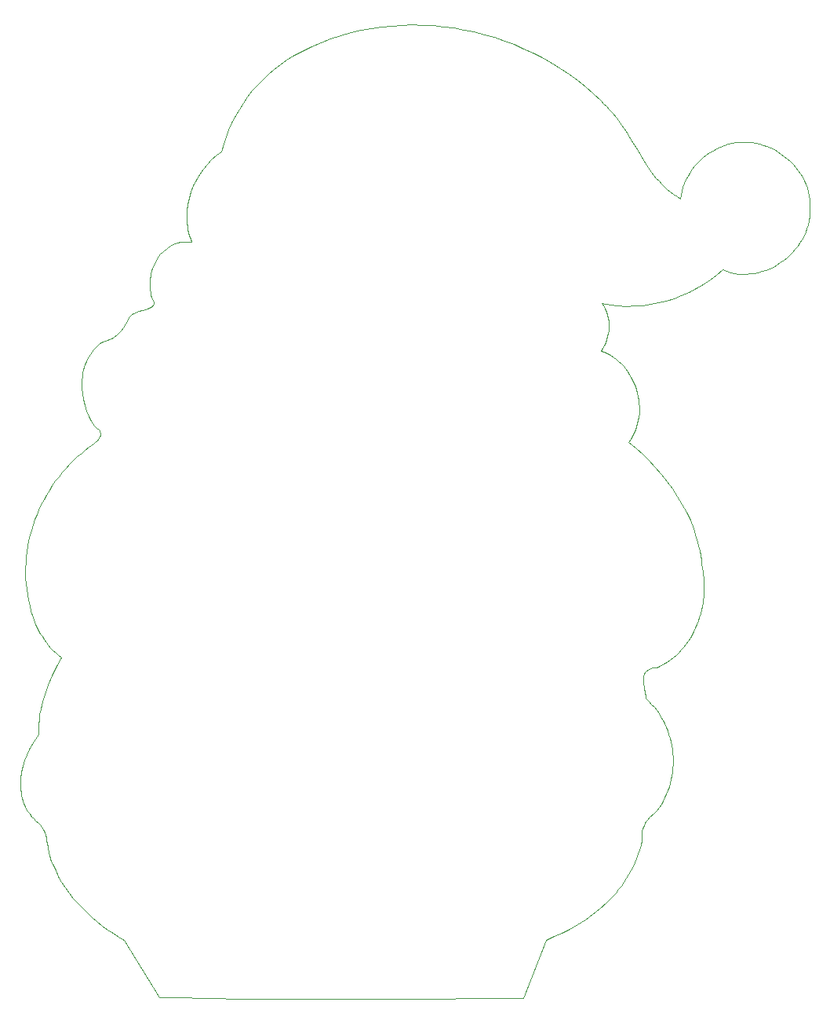
<source format=gbr>
%TF.GenerationSoftware,KiCad,Pcbnew,9.0.6*%
%TF.CreationDate,2025-12-18T17:12:23+01:00*%
%TF.ProjectId,Santa,53616e74-612e-46b6-9963-61645f706362,rev?*%
%TF.SameCoordinates,Original*%
%TF.FileFunction,Profile,NP*%
%FSLAX46Y46*%
G04 Gerber Fmt 4.6, Leading zero omitted, Abs format (unit mm)*
G04 Created by KiCad (PCBNEW 9.0.6) date 2025-12-18 17:12:23*
%MOMM*%
%LPD*%
G01*
G04 APERTURE LIST*
%TA.AperFunction,Profile*%
%ADD10C,0.100000*%
%TD*%
G04 APERTURE END LIST*
D10*
X152055400Y-137817300D02*
X152929400Y-137457300D01*
X152929400Y-137457300D02*
X153796400Y-137056300D01*
X153796400Y-137056300D02*
X154652400Y-136614300D01*
X154652400Y-136614300D02*
X155491400Y-136131300D01*
X155491400Y-136131300D02*
X156309400Y-135606300D01*
X156309400Y-135606300D02*
X157100400Y-135040300D01*
X157100400Y-135040300D02*
X157859400Y-134432300D01*
X157859400Y-134432300D02*
X158581400Y-133783300D01*
X158581400Y-133783300D02*
X158926400Y-133443300D01*
X158926400Y-133443300D02*
X159261400Y-133092300D01*
X159261400Y-133092300D02*
X159583400Y-132731300D01*
X159583400Y-132731300D02*
X159893400Y-132360300D01*
X159893400Y-132360300D02*
X160190400Y-131978300D01*
X160190400Y-131978300D02*
X160473400Y-131585300D01*
X160473400Y-131585300D02*
X160742400Y-131183300D01*
X160742400Y-131183300D02*
X160996400Y-130770300D01*
X160996400Y-130770300D02*
X161234400Y-130346300D01*
X161234400Y-130346300D02*
X161455400Y-129912300D01*
X161455400Y-129912300D02*
X161660400Y-129467300D01*
X161660400Y-129467300D02*
X161847400Y-129012300D01*
X161847400Y-129012300D02*
X162016400Y-128546300D01*
X162016400Y-128546300D02*
X162165400Y-128070300D01*
X162165400Y-128070300D02*
X162296400Y-127584300D01*
X162296400Y-127584300D02*
X162406400Y-127087300D01*
X162406400Y-127087300D02*
X162376400Y-126811300D01*
X162376400Y-126811300D02*
X162369400Y-126551300D01*
X162369400Y-126551300D02*
X162383400Y-126305300D01*
X162383400Y-126305300D02*
X162416400Y-126072300D01*
X162416400Y-126072300D02*
X162470400Y-125851300D01*
X162470400Y-125851300D02*
X162541400Y-125641300D01*
X162541400Y-125641300D02*
X162630400Y-125440300D01*
X162630400Y-125440300D02*
X162734400Y-125247300D01*
X162734400Y-125247300D02*
X162855400Y-125061300D01*
X162855400Y-125061300D02*
X162989400Y-124881300D01*
X162989400Y-124881300D02*
X163297400Y-124534300D01*
X163297400Y-124534300D02*
X163650400Y-124195300D01*
X163650400Y-124195300D02*
X164042400Y-123855300D01*
X164042400Y-123855300D02*
X164281400Y-123518300D01*
X164281400Y-123518300D02*
X164503400Y-123172300D01*
X164503400Y-123172300D02*
X164708400Y-122816300D01*
X164708400Y-122816300D02*
X164894400Y-122452300D01*
X164894400Y-122452300D02*
X165063400Y-122079300D01*
X165063400Y-122079300D02*
X165213400Y-121700300D01*
X165213400Y-121700300D02*
X165346400Y-121314300D01*
X165346400Y-121314300D02*
X165461400Y-120923300D01*
X165461400Y-120923300D02*
X165559400Y-120527300D01*
X165559400Y-120527300D02*
X165638400Y-120126300D01*
X165638400Y-120126300D02*
X165699400Y-119722300D01*
X165699400Y-119722300D02*
X165743400Y-119316300D01*
X165743400Y-119316300D02*
X165768400Y-118908300D01*
X165768400Y-118908300D02*
X165776400Y-118498300D01*
X165776400Y-118498300D02*
X165766400Y-118089300D01*
X165766400Y-118089300D02*
X165737400Y-117679300D01*
X165737400Y-117679300D02*
X165691400Y-117271300D01*
X165691400Y-117271300D02*
X165627400Y-116864300D01*
X165627400Y-116864300D02*
X165545400Y-116460300D01*
X165545400Y-116460300D02*
X165445400Y-116060300D01*
X165445400Y-116060300D02*
X165327400Y-115663300D01*
X165327400Y-115663300D02*
X165190400Y-115272300D01*
X165190400Y-115272300D02*
X165036400Y-114886300D01*
X165036400Y-114886300D02*
X164864400Y-114506300D01*
X164864400Y-114506300D02*
X164674400Y-114133300D01*
X164674400Y-114133300D02*
X164466400Y-113769300D01*
X164466400Y-113769300D02*
X164239400Y-113412300D01*
X164239400Y-113412300D02*
X163995400Y-113066300D01*
X163995400Y-113066300D02*
X163732400Y-112729300D01*
X163732400Y-112729300D02*
X163452400Y-112403300D01*
X163452400Y-112403300D02*
X163153400Y-112088300D01*
X163153400Y-112088300D02*
X162836400Y-111786300D01*
X162836400Y-111786300D02*
X162814400Y-111500300D01*
X162814400Y-111500300D02*
X162777400Y-111213300D01*
X162777400Y-111213300D02*
X162683400Y-110646300D01*
X162683400Y-110646300D02*
X162601400Y-110105300D01*
X162601400Y-110105300D02*
X162578400Y-109850300D01*
X162578400Y-109850300D02*
X162576400Y-109608300D01*
X162576400Y-109608300D02*
X162600400Y-109381300D01*
X162600400Y-109381300D02*
X162656400Y-109173300D01*
X162656400Y-109173300D02*
X162751400Y-108985300D01*
X162751400Y-108985300D02*
X162889400Y-108819300D01*
X162889400Y-108819300D02*
X163077400Y-108679300D01*
X163077400Y-108679300D02*
X163320400Y-108565300D01*
X163320400Y-108565300D02*
X163625400Y-108482300D01*
X163625400Y-108482300D02*
X163997400Y-108430300D01*
X163997400Y-108430300D02*
X164386400Y-108251300D01*
X164386400Y-108251300D02*
X164758400Y-108054300D01*
X164758400Y-108054300D02*
X165115400Y-107839300D01*
X165115400Y-107839300D02*
X165456400Y-107607300D01*
X165456400Y-107607300D02*
X165782400Y-107359300D01*
X165782400Y-107359300D02*
X166092400Y-107096300D01*
X166092400Y-107096300D02*
X166386400Y-106818300D01*
X166386400Y-106818300D02*
X166665400Y-106527300D01*
X166665400Y-106527300D02*
X166928400Y-106222300D01*
X166928400Y-106222300D02*
X167176400Y-105906300D01*
X167176400Y-105906300D02*
X167409400Y-105577300D01*
X167409400Y-105577300D02*
X167626400Y-105238300D01*
X167626400Y-105238300D02*
X167828400Y-104888300D01*
X167828400Y-104888300D02*
X168015400Y-104530300D01*
X168015400Y-104530300D02*
X168187400Y-104162300D01*
X168187400Y-104162300D02*
X168344400Y-103787300D01*
X168344400Y-103787300D02*
X168486400Y-103405300D01*
X168486400Y-103405300D02*
X168613400Y-103016300D01*
X168613400Y-103016300D02*
X168725400Y-102622300D01*
X168725400Y-102622300D02*
X168823400Y-102223300D01*
X168823400Y-102223300D02*
X168906400Y-101820300D01*
X168906400Y-101820300D02*
X168974400Y-101413300D01*
X168974400Y-101413300D02*
X169067400Y-100593400D01*
X169067400Y-100593400D02*
X169102400Y-99768700D01*
X169102400Y-99768700D02*
X169079400Y-98945500D01*
X169079400Y-98945500D02*
X169000400Y-98129700D01*
X169000400Y-98129700D02*
X168865400Y-97327400D01*
X168865400Y-97327400D02*
X168809400Y-96829100D01*
X168809400Y-96829100D02*
X168736400Y-96335800D01*
X168736400Y-96335800D02*
X168647400Y-95847400D01*
X168647400Y-95847400D02*
X168543400Y-95364200D01*
X168543400Y-95364200D02*
X168424400Y-94886000D01*
X168424400Y-94886000D02*
X168291400Y-94413000D01*
X168291400Y-94413000D02*
X167981400Y-93482900D01*
X167981400Y-93482900D02*
X167618400Y-92574100D01*
X167618400Y-92574100D02*
X167204400Y-91687300D01*
X167204400Y-91687300D02*
X166743400Y-90822800D01*
X166743400Y-90822800D02*
X166238400Y-89981100D01*
X166238400Y-89981100D02*
X165692400Y-89162600D01*
X165692400Y-89162600D02*
X165109400Y-88367900D01*
X165109400Y-88367900D02*
X164491400Y-87597500D01*
X164491400Y-87597500D02*
X163842400Y-86851600D01*
X163842400Y-86851600D02*
X163165400Y-86130900D01*
X163165400Y-86130900D02*
X162463400Y-85435900D01*
X162463400Y-85435900D02*
X161740400Y-84766800D01*
X161740400Y-84766800D02*
X160999400Y-84124300D01*
X160999400Y-84124300D02*
X161212400Y-83814500D01*
X161212400Y-83814500D02*
X161402400Y-83494300D01*
X161402400Y-83494300D02*
X161569400Y-83164800D01*
X161569400Y-83164800D02*
X161714400Y-82826900D01*
X161714400Y-82826900D02*
X161837400Y-82481800D01*
X161837400Y-82481800D02*
X161939400Y-82130600D01*
X161939400Y-82130600D02*
X162019400Y-81774200D01*
X162019400Y-81774200D02*
X162078400Y-81413800D01*
X162078400Y-81413800D02*
X162116400Y-81050400D01*
X162116400Y-81050400D02*
X162134400Y-80685000D01*
X162134400Y-80685000D02*
X162132400Y-80318800D01*
X162132400Y-80318800D02*
X162110400Y-79952800D01*
X162110400Y-79952800D02*
X162068400Y-79588100D01*
X162068400Y-79588100D02*
X162008400Y-79225700D01*
X162008400Y-79225700D02*
X161929400Y-78866600D01*
X161929400Y-78866600D02*
X161831400Y-78512100D01*
X161831400Y-78512100D02*
X161715400Y-78163000D01*
X161715400Y-78163000D02*
X161581400Y-77820500D01*
X161581400Y-77820500D02*
X161430400Y-77485600D01*
X161430400Y-77485600D02*
X161261400Y-77159400D01*
X161261400Y-77159400D02*
X161076400Y-76843000D01*
X161076400Y-76843000D02*
X160874400Y-76537400D01*
X160874400Y-76537400D02*
X160656400Y-76243600D01*
X160656400Y-76243600D02*
X160422400Y-75962900D01*
X160422400Y-75962900D02*
X160172400Y-75696100D01*
X160172400Y-75696100D02*
X159907400Y-75444400D01*
X159907400Y-75444400D02*
X159627400Y-75208800D01*
X159627400Y-75208800D02*
X159332400Y-74990400D01*
X159332400Y-74990400D02*
X159023400Y-74790200D01*
X159023400Y-74790200D02*
X158700400Y-74609400D01*
X158700400Y-74609400D02*
X158363400Y-74448900D01*
X158363400Y-74448900D02*
X158013400Y-74309900D01*
X158013400Y-74309900D02*
X158193400Y-74022200D01*
X158193400Y-74022200D02*
X158352400Y-73722500D01*
X158352400Y-73722500D02*
X158489400Y-73412400D01*
X158489400Y-73412400D02*
X158604400Y-73093600D01*
X158604400Y-73093600D02*
X158697400Y-72767700D01*
X158697400Y-72767700D02*
X158767400Y-72436600D01*
X158767400Y-72436600D02*
X158815400Y-72101800D01*
X158815400Y-72101800D02*
X158838400Y-71765100D01*
X158838400Y-71765100D02*
X158837400Y-71428100D01*
X158837400Y-71428100D02*
X158812400Y-71092500D01*
X158812400Y-71092500D02*
X158762400Y-70760000D01*
X158762400Y-70760000D02*
X158687400Y-70432300D01*
X158687400Y-70432300D02*
X158586400Y-70111100D01*
X158586400Y-70111100D02*
X158458400Y-69798000D01*
X158458400Y-69798000D02*
X158304400Y-69494800D01*
X158304400Y-69494800D02*
X158123400Y-69203100D01*
X158123400Y-69203100D02*
X158981400Y-69351100D01*
X158981400Y-69351100D02*
X159847400Y-69443300D01*
X159847400Y-69443300D02*
X160716400Y-69480900D01*
X160716400Y-69480900D02*
X161587400Y-69465200D01*
X161587400Y-69465200D02*
X162456400Y-69397400D01*
X162456400Y-69397400D02*
X163320400Y-69278800D01*
X163320400Y-69278800D02*
X164178400Y-69110600D01*
X164178400Y-69110600D02*
X165025400Y-68894100D01*
X165025400Y-68894100D02*
X165859400Y-68630600D01*
X165859400Y-68630600D02*
X166678400Y-68321300D01*
X166678400Y-68321300D02*
X167478400Y-67967500D01*
X167478400Y-67967500D02*
X168256400Y-67570400D01*
X168256400Y-67570400D02*
X169011400Y-67131400D01*
X169011400Y-67131400D02*
X169738400Y-66651600D01*
X169738400Y-66651600D02*
X170435400Y-66132300D01*
X170435400Y-66132300D02*
X171099400Y-65574800D01*
X171099400Y-65574800D02*
X171526400Y-65733600D01*
X171526400Y-65733600D02*
X171957400Y-65858300D01*
X171957400Y-65858300D02*
X172391400Y-65949600D01*
X172391400Y-65949600D02*
X172825400Y-66008600D01*
X172825400Y-66008600D02*
X173260400Y-66036300D01*
X173260400Y-66036300D02*
X173694400Y-66033600D01*
X173694400Y-66033600D02*
X174126400Y-66001600D01*
X174126400Y-66001600D02*
X174553400Y-65941000D01*
X174553400Y-65941000D02*
X174976400Y-65853100D01*
X174976400Y-65853100D02*
X175393400Y-65738600D01*
X175393400Y-65738600D02*
X175802400Y-65598600D01*
X175802400Y-65598600D02*
X176203400Y-65434100D01*
X176203400Y-65434100D02*
X176594400Y-65245900D01*
X176594400Y-65245900D02*
X176974400Y-65035200D01*
X176974400Y-65035200D02*
X177342400Y-64802800D01*
X177342400Y-64802800D02*
X177696400Y-64549700D01*
X177696400Y-64549700D02*
X178035400Y-64276900D01*
X178035400Y-64276900D02*
X178359400Y-63985300D01*
X178359400Y-63985300D02*
X178665400Y-63676000D01*
X178665400Y-63676000D02*
X178952400Y-63349900D01*
X178952400Y-63349900D02*
X179220400Y-63007900D01*
X179220400Y-63007900D02*
X179467400Y-62651000D01*
X179467400Y-62651000D02*
X179692400Y-62280300D01*
X179692400Y-62280300D02*
X179893400Y-61896600D01*
X179893400Y-61896600D02*
X180070400Y-61500900D01*
X180070400Y-61500900D02*
X180221400Y-61094300D01*
X180221400Y-61094300D02*
X180344400Y-60677600D01*
X180344400Y-60677600D02*
X180440400Y-60251900D01*
X180440400Y-60251900D02*
X180505400Y-59818100D01*
X180505400Y-59818100D02*
X180540400Y-59377100D01*
X180540400Y-59377100D02*
X180543400Y-58930000D01*
X180543400Y-58930000D02*
X180512400Y-58477700D01*
X180512400Y-58477700D02*
X180489400Y-58030200D01*
X180489400Y-58030200D02*
X180434400Y-57591600D01*
X180434400Y-57591600D02*
X180349400Y-57162600D01*
X180349400Y-57162600D02*
X180234400Y-56744200D01*
X180234400Y-56744200D02*
X180092400Y-56337100D01*
X180092400Y-56337100D02*
X179923400Y-55942000D01*
X179923400Y-55942000D02*
X179728400Y-55559900D01*
X179728400Y-55559900D02*
X179510400Y-55191400D01*
X179510400Y-55191400D02*
X179269400Y-54837300D01*
X179269400Y-54837300D02*
X179007400Y-54498500D01*
X179007400Y-54498500D02*
X178724400Y-54175800D01*
X178724400Y-54175800D02*
X178423400Y-53869900D01*
X178423400Y-53869900D02*
X178104400Y-53581700D01*
X178104400Y-53581700D02*
X177769400Y-53311900D01*
X177769400Y-53311900D02*
X177419400Y-53061300D01*
X177419400Y-53061300D02*
X177056400Y-52830700D01*
X177056400Y-52830700D02*
X176680400Y-52621000D01*
X176680400Y-52621000D02*
X176293400Y-52432800D01*
X176293400Y-52432800D02*
X175897400Y-52267100D01*
X175897400Y-52267100D02*
X175492400Y-52124500D01*
X175492400Y-52124500D02*
X175081400Y-52005900D01*
X175081400Y-52005900D02*
X174663400Y-51912100D01*
X174663400Y-51912100D02*
X174241400Y-51843900D01*
X174241400Y-51843900D02*
X173816400Y-51802100D01*
X173816400Y-51802100D02*
X173389400Y-51787400D01*
X173389400Y-51787400D02*
X172962400Y-51800700D01*
X172962400Y-51800700D02*
X172535400Y-51842700D01*
X172535400Y-51842700D02*
X172110400Y-51914300D01*
X172110400Y-51914300D02*
X171689400Y-52016200D01*
X171689400Y-52016200D02*
X171272400Y-52149200D01*
X171272400Y-52149200D02*
X170861400Y-52314100D01*
X170861400Y-52314100D02*
X170458400Y-52511800D01*
X170458400Y-52511800D02*
X170074400Y-52713300D01*
X170074400Y-52713300D02*
X169704400Y-52938800D01*
X169704400Y-52938800D02*
X169350400Y-53187000D01*
X169350400Y-53187000D02*
X169012400Y-53456800D01*
X169012400Y-53456800D02*
X168691400Y-53746800D01*
X168691400Y-53746800D02*
X168388400Y-54055700D01*
X168388400Y-54055700D02*
X168104400Y-54382300D01*
X168104400Y-54382300D02*
X167841400Y-54725300D01*
X167841400Y-54725300D02*
X167598400Y-55083300D01*
X167598400Y-55083300D02*
X167377400Y-55455100D01*
X167377400Y-55455100D02*
X167178400Y-55839500D01*
X167178400Y-55839500D02*
X167003400Y-56235100D01*
X167003400Y-56235100D02*
X166853400Y-56640700D01*
X166853400Y-56640700D02*
X166728400Y-57055000D01*
X166728400Y-57055000D02*
X166629400Y-57476600D01*
X166629400Y-57476600D02*
X166558400Y-57904400D01*
X166558400Y-57904400D02*
X166181400Y-57674900D01*
X166181400Y-57674900D02*
X165822400Y-57429600D01*
X165822400Y-57429600D02*
X165480400Y-57169700D01*
X165480400Y-57169700D02*
X165152400Y-56895800D01*
X165152400Y-56895800D02*
X164839400Y-56609100D01*
X164839400Y-56609100D02*
X164539400Y-56310300D01*
X164539400Y-56310300D02*
X164251400Y-56000500D01*
X164251400Y-56000500D02*
X163974400Y-55680500D01*
X163974400Y-55680500D02*
X163450400Y-55013800D01*
X163450400Y-55013800D02*
X162958400Y-54317400D01*
X162958400Y-54317400D02*
X162490400Y-53598900D01*
X162490400Y-53598900D02*
X162037400Y-52865500D01*
X162037400Y-52865500D02*
X161144400Y-51383600D01*
X161144400Y-51383600D02*
X160688400Y-50649900D01*
X160688400Y-50649900D02*
X160213400Y-49930700D01*
X160213400Y-49930700D02*
X159712400Y-49233600D01*
X159712400Y-49233600D02*
X159177400Y-48565800D01*
X159177400Y-48565800D02*
X158894400Y-48245300D01*
X158894400Y-48245300D02*
X158599400Y-47934800D01*
X158599400Y-47934800D02*
X158291400Y-47635300D01*
X158291400Y-47635300D02*
X157969400Y-47347800D01*
X157969400Y-47347800D02*
X157159400Y-46574500D01*
X157159400Y-46574500D02*
X156317400Y-45836700D01*
X156317400Y-45836700D02*
X155444400Y-45134800D01*
X155444400Y-45134800D02*
X154541400Y-44469400D01*
X154541400Y-44469400D02*
X153612400Y-43840900D01*
X153612400Y-43840900D02*
X152658400Y-43249800D01*
X152658400Y-43249800D02*
X151680400Y-42696600D01*
X151680400Y-42696600D02*
X150680000Y-42181600D01*
X150680000Y-42181600D02*
X149659900Y-41705400D01*
X149659900Y-41705400D02*
X148621600Y-41268400D01*
X148621600Y-41268400D02*
X147566800Y-40871200D01*
X147566800Y-40871200D02*
X146497200Y-40514100D01*
X146497200Y-40514100D02*
X145414600Y-40197600D01*
X145414600Y-40197600D02*
X144320900Y-39922200D01*
X144320900Y-39922200D02*
X143217700Y-39688400D01*
X143217700Y-39688400D02*
X142106900Y-39496700D01*
X142106900Y-39496700D02*
X140990200Y-39347400D01*
X140990200Y-39347400D02*
X139869400Y-39241000D01*
X139869400Y-39241000D02*
X138746300Y-39178100D01*
X138746300Y-39178100D02*
X137622600Y-39159100D01*
X137622600Y-39159100D02*
X136500100Y-39184400D01*
X136500100Y-39184400D02*
X135380600Y-39254600D01*
X135380600Y-39254600D02*
X134265800Y-39370000D01*
X134265800Y-39370000D02*
X133157500Y-39531200D01*
X133157500Y-39531200D02*
X132057600Y-39738600D01*
X132057600Y-39738600D02*
X130967700Y-39992600D01*
X130967700Y-39992600D02*
X129889600Y-40293900D01*
X129889600Y-40293900D02*
X128825200Y-40642700D01*
X128825200Y-40642700D02*
X127776100Y-41039600D01*
X127776100Y-41039600D02*
X126744200Y-41485000D01*
X126744200Y-41485000D02*
X125731200Y-41979400D01*
X125731200Y-41979400D02*
X124738900Y-42523300D01*
X124738900Y-42523300D02*
X124036900Y-42957600D01*
X124036900Y-42957600D02*
X123359000Y-43426800D01*
X123359000Y-43426800D02*
X122706400Y-43929500D01*
X122706400Y-43929500D02*
X122080100Y-44464000D01*
X122080100Y-44464000D02*
X121481500Y-45028900D01*
X121481500Y-45028900D02*
X120911600Y-45622600D01*
X120911600Y-45622600D02*
X120371600Y-46243500D01*
X120371600Y-46243500D02*
X119862800Y-46890100D01*
X119862800Y-46890100D02*
X119386200Y-47560900D01*
X119386200Y-47560900D02*
X118943100Y-48254200D01*
X118943100Y-48254200D02*
X118534600Y-48968500D01*
X118534600Y-48968500D02*
X118161900Y-49702300D01*
X118161900Y-49702300D02*
X117826200Y-50454100D01*
X117826200Y-50454100D02*
X117528600Y-51222200D01*
X117528600Y-51222200D02*
X117270300Y-52005100D01*
X117270300Y-52005100D02*
X117052600Y-52801300D01*
X117052600Y-52801300D02*
X116766800Y-53002500D01*
X116766800Y-53002500D02*
X116490400Y-53215500D01*
X116490400Y-53215500D02*
X115967000Y-53674500D01*
X115967000Y-53674500D02*
X115484300Y-54174500D01*
X115484300Y-54174500D02*
X115044200Y-54711400D01*
X115044200Y-54711400D02*
X114648800Y-55281200D01*
X114648800Y-55281200D02*
X114300000Y-55880000D01*
X114300000Y-55880000D02*
X113999900Y-56503700D01*
X113999900Y-56503700D02*
X113750300Y-57148300D01*
X113750300Y-57148300D02*
X113553200Y-57809900D01*
X113553200Y-57809900D02*
X113410700Y-58484500D01*
X113410700Y-58484500D02*
X113324700Y-59168100D01*
X113324700Y-59168100D02*
X113297200Y-59856600D01*
X113297200Y-59856600D02*
X113305900Y-60201500D01*
X113305900Y-60201500D02*
X113330100Y-60546200D01*
X113330100Y-60546200D02*
X113369800Y-60890100D01*
X113369800Y-60890100D02*
X113425400Y-61232700D01*
X113425400Y-61232700D02*
X113497100Y-61573600D01*
X113497100Y-61573600D02*
X113585200Y-61912300D01*
X113585200Y-61912300D02*
X113689800Y-62248200D01*
X113689800Y-62248200D02*
X113811300Y-62580900D01*
X113811300Y-62580900D02*
X113494800Y-62545700D01*
X113494800Y-62545700D02*
X113186500Y-62537200D01*
X113186500Y-62537200D02*
X112887000Y-62554300D01*
X112887000Y-62554300D02*
X112596500Y-62595800D01*
X112596500Y-62595800D02*
X112315400Y-62660700D01*
X112315400Y-62660700D02*
X112044200Y-62747800D01*
X112044200Y-62747800D02*
X111783300Y-62856000D01*
X111783300Y-62856000D02*
X111533000Y-62984100D01*
X111533000Y-62984100D02*
X111293900Y-63131100D01*
X111293900Y-63131100D02*
X111066100Y-63295700D01*
X111066100Y-63295700D02*
X110850200Y-63476800D01*
X110850200Y-63476800D02*
X110646600Y-63673400D01*
X110646600Y-63673400D02*
X110455700Y-63884200D01*
X110455700Y-63884200D02*
X110277800Y-64108200D01*
X110277800Y-64108200D02*
X110113300Y-64344200D01*
X110113300Y-64344200D02*
X109962800Y-64591100D01*
X109962800Y-64591100D02*
X109826400Y-64847700D01*
X109826400Y-64847700D02*
X109704700Y-65113000D01*
X109704700Y-65113000D02*
X109598100Y-65385700D01*
X109598100Y-65385700D02*
X109506900Y-65664800D01*
X109506900Y-65664800D02*
X109431600Y-65949100D01*
X109431600Y-65949100D02*
X109372600Y-66237600D01*
X109372600Y-66237600D02*
X109330100Y-66529000D01*
X109330100Y-66529000D02*
X109304800Y-66822200D01*
X109304800Y-66822200D02*
X109296800Y-67116100D01*
X109296800Y-67116100D02*
X109306800Y-67409600D01*
X109306800Y-67409600D02*
X109334900Y-67701500D01*
X109334900Y-67701500D02*
X109381700Y-67990700D01*
X109381700Y-67990700D02*
X109447600Y-68276100D01*
X109447600Y-68276100D02*
X109532900Y-68556500D01*
X109532900Y-68556500D02*
X109638000Y-68830900D01*
X109638000Y-68830900D02*
X109763400Y-69098000D01*
X109763400Y-69098000D02*
X109750400Y-69252600D01*
X109750400Y-69252600D02*
X109684900Y-69384000D01*
X109684900Y-69384000D02*
X109573500Y-69496100D01*
X109573500Y-69496100D02*
X109422700Y-69592600D01*
X109422700Y-69592600D02*
X109239100Y-69677500D01*
X109239100Y-69677500D02*
X109029200Y-69754400D01*
X109029200Y-69754400D02*
X108556600Y-69900000D01*
X108556600Y-69900000D02*
X108057300Y-70060000D01*
X108057300Y-70060000D02*
X107813900Y-70155000D01*
X107813900Y-70155000D02*
X107583500Y-70265000D01*
X107583500Y-70265000D02*
X107372500Y-70394000D01*
X107372500Y-70394000D02*
X107187600Y-70545700D01*
X107187600Y-70545700D02*
X107035100Y-70723900D01*
X107035100Y-70723900D02*
X106921800Y-70932500D01*
X106921800Y-70932500D02*
X106681800Y-71394700D01*
X106681800Y-71394700D02*
X106433900Y-71808200D01*
X106433900Y-71808200D02*
X106167900Y-72174200D01*
X106167900Y-72174200D02*
X105874000Y-72494300D01*
X105874000Y-72494300D02*
X105713400Y-72637600D01*
X105713400Y-72637600D02*
X105542000Y-72770000D01*
X105542000Y-72770000D02*
X105358600Y-72891500D01*
X105358600Y-72891500D02*
X105161900Y-73002500D01*
X105161900Y-73002500D02*
X104950700Y-73103100D01*
X104950700Y-73103100D02*
X104723800Y-73193400D01*
X104723800Y-73193400D02*
X104217500Y-73344100D01*
X104217500Y-73344100D02*
X103944900Y-73528400D01*
X103944900Y-73528400D02*
X103691500Y-73727600D01*
X103691500Y-73727600D02*
X103456700Y-73940800D01*
X103456700Y-73940800D02*
X103240400Y-74167100D01*
X103240400Y-74167100D02*
X103042100Y-74405700D01*
X103042100Y-74405700D02*
X102861500Y-74655700D01*
X102861500Y-74655700D02*
X102698300Y-74916400D01*
X102698300Y-74916400D02*
X102552200Y-75186800D01*
X102552200Y-75186800D02*
X102422800Y-75466200D01*
X102422800Y-75466200D02*
X102309800Y-75753700D01*
X102309800Y-75753700D02*
X102212800Y-76048400D01*
X102212800Y-76048400D02*
X102131600Y-76349400D01*
X102131600Y-76349400D02*
X102065700Y-76656100D01*
X102065700Y-76656100D02*
X102014900Y-76967500D01*
X102014900Y-76967500D02*
X101957100Y-77600900D01*
X101957100Y-77600900D02*
X101955400Y-78243200D01*
X101955400Y-78243200D02*
X102007200Y-78887400D01*
X102007200Y-78887400D02*
X102109800Y-79526800D01*
X102109800Y-79526800D02*
X102260600Y-80154700D01*
X102260600Y-80154700D02*
X102456700Y-80764400D01*
X102456700Y-80764400D02*
X102695600Y-81349100D01*
X102695600Y-81349100D02*
X102974600Y-81902000D01*
X102974600Y-81902000D02*
X103291000Y-82416500D01*
X103291000Y-82416500D02*
X103592400Y-82627300D01*
X103592400Y-82627300D02*
X103802200Y-82832400D01*
X103802200Y-82832400D02*
X103875300Y-82933000D01*
X103875300Y-82933000D02*
X103928800Y-83032300D01*
X103928800Y-83032300D02*
X103963600Y-83130300D01*
X103963600Y-83130300D02*
X103980900Y-83227200D01*
X103980900Y-83227200D02*
X103981700Y-83323000D01*
X103981700Y-83323000D02*
X103967200Y-83417600D01*
X103967200Y-83417600D02*
X103896200Y-83603800D01*
X103896200Y-83603800D02*
X103776500Y-83786100D01*
X103776500Y-83786100D02*
X103616900Y-83965000D01*
X103616900Y-83965000D02*
X103425800Y-84140700D01*
X103425800Y-84140700D02*
X103211900Y-84313700D01*
X103211900Y-84313700D02*
X102750300Y-84652900D01*
X102750300Y-84652900D02*
X102300800Y-84985300D01*
X102300800Y-84985300D02*
X102102200Y-85149900D01*
X102102200Y-85149900D02*
X101932500Y-85313900D01*
X101932500Y-85313900D02*
X101484300Y-85702900D01*
X101484300Y-85702900D02*
X101050700Y-86107500D01*
X101050700Y-86107500D02*
X100632100Y-86527000D01*
X100632100Y-86527000D02*
X100228600Y-86960800D01*
X100228600Y-86960800D02*
X99840800Y-87408200D01*
X99840800Y-87408200D02*
X99468900Y-87868700D01*
X99468900Y-87868700D02*
X99113300Y-88341600D01*
X99113300Y-88341600D02*
X98774200Y-88826300D01*
X98774200Y-88826300D02*
X98452100Y-89322200D01*
X98452100Y-89322200D02*
X98147300Y-89828500D01*
X98147300Y-89828500D02*
X97860100Y-90344800D01*
X97860100Y-90344800D02*
X97590800Y-90870300D01*
X97590800Y-90870300D02*
X97339800Y-91404400D01*
X97339800Y-91404400D02*
X97107500Y-91946600D01*
X97107500Y-91946600D02*
X96894100Y-92496100D01*
X96894100Y-92496100D02*
X96699900Y-93052300D01*
X96699900Y-93052300D02*
X96525500Y-93614700D01*
X96525500Y-93614700D02*
X96371000Y-94182500D01*
X96371000Y-94182500D02*
X96236800Y-94755200D01*
X96236800Y-94755200D02*
X96123200Y-95332100D01*
X96123200Y-95332100D02*
X96030700Y-95912600D01*
X96030700Y-95912600D02*
X95959400Y-96496000D01*
X95959400Y-96496000D02*
X95909800Y-97081800D01*
X95909800Y-97081800D02*
X95882200Y-97669200D01*
X95882200Y-97669200D02*
X95876900Y-98257800D01*
X95876900Y-98257800D02*
X95894300Y-98846700D01*
X95894300Y-98846700D02*
X95934700Y-99435500D01*
X95934700Y-99435500D02*
X95998400Y-100023400D01*
X95998400Y-100023400D02*
X96085800Y-100609900D01*
X96085800Y-100609900D02*
X96197200Y-101194300D01*
X96197200Y-101194300D02*
X96333000Y-101776300D01*
X96333000Y-101776300D02*
X96493400Y-102354300D01*
X96493400Y-102354300D02*
X96715800Y-103074300D01*
X96715800Y-103074300D02*
X96989000Y-103779300D01*
X96989000Y-103779300D02*
X97313700Y-104462300D01*
X97313700Y-104462300D02*
X97495400Y-104794300D01*
X97495400Y-104794300D02*
X97690300Y-105117300D01*
X97690300Y-105117300D02*
X97898200Y-105432300D01*
X97898200Y-105432300D02*
X98119400Y-105737300D01*
X98119400Y-105737300D02*
X98353900Y-106032300D01*
X98353900Y-106032300D02*
X98601700Y-106315300D01*
X98601700Y-106315300D02*
X98862900Y-106587300D01*
X98862900Y-106587300D02*
X99137600Y-106845300D01*
X99137600Y-106845300D02*
X99425800Y-107090300D01*
X99425800Y-107090300D02*
X99727700Y-107320300D01*
X99727700Y-107320300D02*
X99222100Y-108290300D01*
X99222100Y-108290300D02*
X98746900Y-109289300D01*
X98746900Y-109289300D02*
X98315600Y-110312300D01*
X98315600Y-110312300D02*
X98120600Y-110831300D01*
X98120600Y-110831300D02*
X97941500Y-111354300D01*
X97941500Y-111354300D02*
X97780100Y-111881300D01*
X97780100Y-111881300D02*
X97637900Y-112411300D01*
X97637900Y-112411300D02*
X97516700Y-112944300D01*
X97516700Y-112944300D02*
X97418100Y-113479300D01*
X97418100Y-113479300D02*
X97343800Y-114015300D01*
X97343800Y-114015300D02*
X97295500Y-114552300D01*
X97295500Y-114552300D02*
X97274800Y-115089300D01*
X97274800Y-115089300D02*
X97283300Y-115626300D01*
X97283300Y-115626300D02*
X96922100Y-116137300D01*
X96922100Y-116137300D02*
X96587400Y-116682300D01*
X96587400Y-116682300D02*
X96283400Y-117254300D01*
X96283400Y-117254300D02*
X96014200Y-117849300D01*
X96014200Y-117849300D02*
X95784000Y-118461300D01*
X95784000Y-118461300D02*
X95596800Y-119087300D01*
X95596800Y-119087300D02*
X95456900Y-119721300D01*
X95456900Y-119721300D02*
X95368300Y-120359300D01*
X95368300Y-120359300D02*
X95335100Y-120995300D01*
X95335100Y-120995300D02*
X95340700Y-121311300D01*
X95340700Y-121311300D02*
X95361600Y-121624300D01*
X95361600Y-121624300D02*
X95398500Y-121935300D01*
X95398500Y-121935300D02*
X95451800Y-122243300D01*
X95451800Y-122243300D02*
X95522000Y-122547300D01*
X95522000Y-122547300D02*
X95609800Y-122846300D01*
X95609800Y-122846300D02*
X95715500Y-123140300D01*
X95715500Y-123140300D02*
X95839800Y-123428300D01*
X95839800Y-123428300D02*
X95983100Y-123709300D01*
X95983100Y-123709300D02*
X96145900Y-123984300D01*
X96145900Y-123984300D02*
X96328800Y-124251300D01*
X96328800Y-124251300D02*
X96532200Y-124510300D01*
X96532200Y-124510300D02*
X96756800Y-124759300D01*
X96756800Y-124759300D02*
X97002900Y-125000300D01*
X97002900Y-125000300D02*
X97273900Y-125196300D01*
X97273900Y-125196300D02*
X97498100Y-125418300D01*
X97498100Y-125418300D02*
X97681000Y-125662300D01*
X97681000Y-125662300D02*
X97828300Y-125926300D01*
X97828300Y-125926300D02*
X97945500Y-126207300D01*
X97945500Y-126207300D02*
X98038100Y-126502300D01*
X98038100Y-126502300D02*
X98111800Y-126810300D01*
X98111800Y-126810300D02*
X98172100Y-127125300D01*
X98172100Y-127125300D02*
X98274800Y-127772300D01*
X98274800Y-127772300D02*
X98390800Y-128421300D01*
X98390800Y-128421300D02*
X98467700Y-128739300D01*
X98467700Y-128739300D02*
X98564600Y-129049300D01*
X98564600Y-129049300D02*
X98687100Y-129348300D01*
X98687100Y-129348300D02*
X98840800Y-129634300D01*
X98840800Y-129634300D02*
X99122300Y-130297300D01*
X99122300Y-130297300D02*
X99440700Y-130942300D01*
X99440700Y-130942300D02*
X99793800Y-131567300D01*
X99793800Y-131567300D02*
X100179300Y-132172300D01*
X100179300Y-132172300D02*
X100595100Y-132758300D01*
X100595100Y-132758300D02*
X101038800Y-133324300D01*
X101038800Y-133324300D02*
X101508200Y-133870300D01*
X101508200Y-133870300D02*
X102001000Y-134395300D01*
X102001000Y-134395300D02*
X102515200Y-134900300D01*
X102515200Y-134900300D02*
X103048300Y-135384300D01*
X103048300Y-135384300D02*
X103598200Y-135847300D01*
X103598200Y-135847300D02*
X104162600Y-136288300D01*
X104162600Y-136288300D02*
X104739300Y-136709300D01*
X104739300Y-136709300D02*
X105326000Y-137107300D01*
X105326000Y-137107300D02*
X105920500Y-137484300D01*
X105920500Y-137484300D02*
X106520600Y-137839300D01*
X106520600Y-137839300D02*
X110334300Y-143984300D01*
X110334300Y-143984300D02*
X112708000Y-144061300D01*
X112708000Y-144061300D02*
X115106500Y-144121300D01*
X115106500Y-144121300D02*
X119966300Y-144195300D01*
X119966300Y-144195300D02*
X124890600Y-144221300D01*
X124890600Y-144221300D02*
X129856200Y-144214300D01*
X129856200Y-144214300D02*
X139818200Y-144159300D01*
X139818200Y-144159300D02*
X144768200Y-144140300D01*
X144768200Y-144140300D02*
X149666500Y-144147300D01*
X149666500Y-144147300D02*
X152055400Y-137817300D01*
X152055400Y-137817300D02*
X152055400Y-137817300D01*
M02*

</source>
